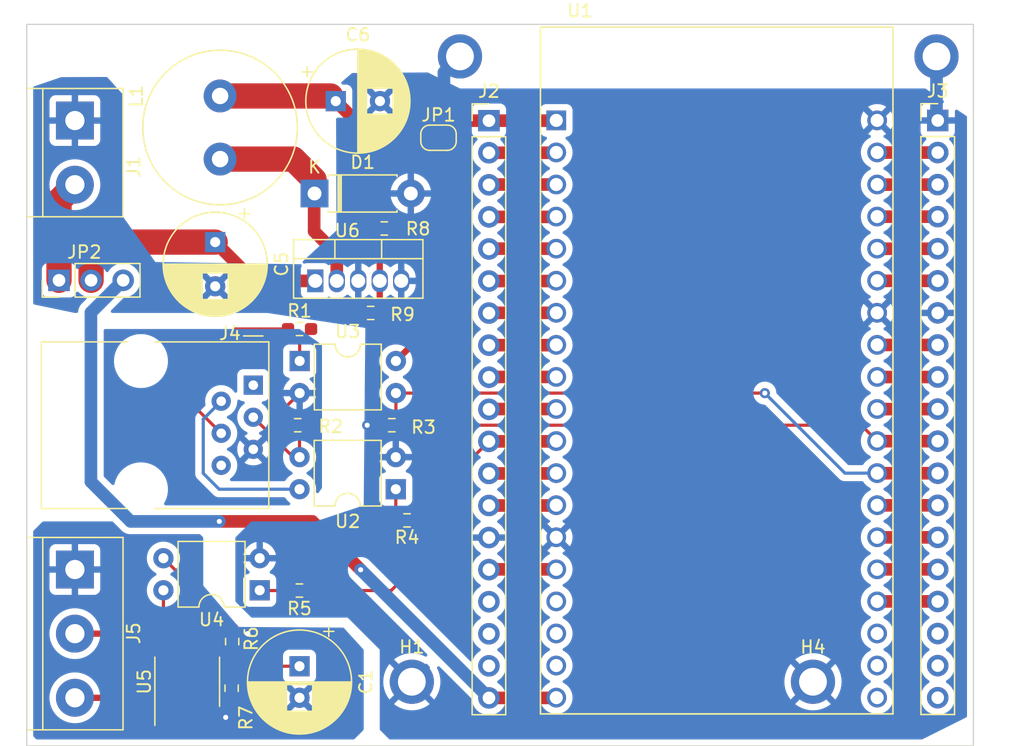
<source format=kicad_pcb>
(kicad_pcb (version 20211014) (generator pcbnew)
  (layers (0 "F.Cu" signal) (31 "B.Cu" signal) (34 "B.Paste" user) (35 "F.Paste" user) (36 "B.SilkS" user "B.Silkscreen") (37 "F.SilkS" user "F.Silkscreen") (38 "B.Mask" user) (39 "F.Mask" user) (44 "Edge.Cuts" user))
  (net 0 "")
  (net 1 "GND")
  (net 2 "/power supply/Vin")
  (net 3 "/power supply/PS_3V3")
  (net 4 "+3V3")
  (net 5 "Net-(J1-Pad2)")
  (net 6 "V_USB")
  (net 7 "Net-(J2-Pad2)")
  (net 8 "Net-(J2-Pad3)")
  (net 9 "Net-(J2-Pad4)")
  (net 10 "Net-(J2-Pad5)")
  (net 11 "Net-(J2-Pad6)")
  (net 12 "Net-(J2-Pad7)")
  (net 13 "Net-(J2-Pad8)")
  (net 14 "Net-(J2-Pad9)")
  (net 15 "Net-(J2-Pad10)")
  (net 16 "IO27")
  (net 17 "Net-(J2-Pad12)")
  (net 18 "Net-(J2-Pad13)")
  (net 19 "Net-(J2-Pad15)")
  (net 23 "Net-(J3-Pad2)")
  (net 24 "Net-(J3-Pad3)")
  (net 25 "Net-(J3-Pad4)")
  (net 26 "Net-(J3-Pad5)")
  (net 27 "Net-(J3-Pad6)")
  (net 28 "Net-(J3-Pad8)")
  (net 29 "Net-(J3-Pad9)")
  (net 30 "Net-(J3-Pad10)")
  (net 31 "TX")
  (net 32 "RX")
  (net 33 "Net-(J3-Pad13)")
  (net 34 "Net-(J3-Pad14)")
  (net 35 "Net-(J3-Pad15)")
  (net 36 "Net-(J3-Pad16)")
  (net 40 "Net-(R4-Pad1)")
  (net 41 "/serial/X6_RXD")
  (net 42 "/serial/X6_5V")
  (net 43 "Net-(R1-Pad2)")
  (net 44 "/serial/X6_GND")
  (net 45 "Net-(R5-Pad2)")
  (net 46 "Net-(R6-Pad2)")
  (net 47 "/789_analog/V_789")
  (net 48 "Net-(C1-Pad1)")
  (net 49 "/789_analog/GND_789")
  (net 57 "/serial/X6_TXD")
  (net 58 "/serial/X6_24V")
  (net 59 "/789_analog/CTRL")
  (net 60 "Net-(R7-Pad1)")
  (net 61 "Net-(L1-Pad1)")
  (net 62 "Net-(R8-Pad1)")
  (footprint "Capacitor_THT:CP_Radial_D8.0mm_P3.50mm" (layer "F.Cu") (at 81.607555 46.721388)
    (fp_text reference "C6" (at 1.75 -5.25) (layer "F.SilkS"))
    (fp_text value "330u")
    (pad "1" thru_hole rect (at 0 0) (size 1.6 1.6) (drill 0.8) (layers *.Cu *.Mask) (net 3 "/power supply/PS_3V3"))
    (pad "2" thru_hole circle (at 3.5 0) (size 1.6 1.6) (drill 0.8) (layers *.Cu *.Mask) (net 1 "GND"))
  )
  (footprint "Package_DIP:DIP-4_W7.62mm" (layer "F.Cu") (at 86.36 77.46 180)
    (fp_text reference "U2" (at 3.81 -2.55) (layer "F.SilkS"))
    (fp_text value "SFH617A-1")
    (pad "1" thru_hole rect (at 0 0 180) (size 1.6 1.6) (drill 0.8) (layers *.Cu *.Mask) (net 40 "Net-(R4-Pad1)"))
    (pad "2" thru_hole oval (at 0 2.54 180) (size 1.6 1.6) (drill 0.8) (layers *.Cu *.Mask) (net 1 "GND"))
    (pad "3" thru_hole oval (at 7.62 2.54 180) (size 1.6 1.6) (drill 0.8) (layers *.Cu *.Mask) (net 41 "/serial/X6_RXD"))
    (pad "4" thru_hole oval (at 7.62 0 180) (size 1.6 1.6) (drill 0.8) (layers *.Cu *.Mask) (net 42 "/serial/X6_5V"))
  )
  (footprint "my:MODULE_ESP32-DEVKITC-32D" (layer "F.Cu") (at 111.76 68.005926)
    (fp_text reference "U1" (at -10.829175 -28.446045) (layer "F.SilkS") (effects (font (size 1.000386 1.000386))))
    (fp_text value "ESP32-DEVKITC-32D")
    (pad "1" thru_hole rect (at -12.7 -19.76) (size 1.56 1.56) (drill 1.04) (layers *.Cu *.Mask) (net 4 "+3V3"))
    (pad "2" thru_hole circle (at -12.7 -17.22) (size 1.56 1.56) (drill 1.04) (layers *.Cu *.Mask) (net 7 "Net-(J2-Pad2)"))
    (pad "3" thru_hole circle (at -12.7 -14.68) (size 1.56 1.56) (drill 1.04) (layers *.Cu *.Mask) (net 8 "Net-(J2-Pad3)"))
    (pad "4" thru_hole circle (at -12.7 -12.14) (size 1.56 1.56) (drill 1.04) (layers *.Cu *.Mask) (net 9 "Net-(J2-Pad4)"))
    (pad "5" thru_hole circle (at -12.7 -9.6) (size 1.56 1.56) (drill 1.04) (layers *.Cu *.Mask) (net 10 "Net-(J2-Pad5)"))
    (pad "6" thru_hole circle (at -12.7 -7.06) (size 1.56 1.56) (drill 1.04) (layers *.Cu *.Mask) (net 11 "Net-(J2-Pad6)"))
    (pad "7" thru_hole circle (at -12.7 -4.52) (size 1.56 1.56) (drill 1.04) (layers *.Cu *.Mask) (net 12 "Net-(J2-Pad7)"))
    (pad "8" thru_hole circle (at -12.7 -1.98) (size 1.56 1.56) (drill 1.04) (layers *.Cu *.Mask) (net 13 "Net-(J2-Pad8)"))
    (pad "9" thru_hole circle (at -12.7 0.56) (size 1.56 1.56) (drill 1.04) (layers *.Cu *.Mask) (net 14 "Net-(J2-Pad9)"))
    (pad "10" thru_hole circle (at -12.7 3.1) (size 1.56 1.56) (drill 1.04) (layers *.Cu *.Mask) (net 15 "Net-(J2-Pad10)"))
    (pad "11" thru_hole circle (at -12.7 5.64) (size 1.56 1.56) (drill 1.04) (layers *.Cu *.Mask) (net 16 "IO27"))
    (pad "12" thru_hole circle (at -12.7 8.18) (size 1.56 1.56) (drill 1.04) (layers *.Cu *.Mask) (net 17 "Net-(J2-Pad12)"))
    (pad "13" thru_hole circle (at -12.7 10.72) (size 1.56 1.56) (drill 1.04) (layers *.Cu *.Mask) (net 18 "Net-(J2-Pad13)"))
    (pad "14" thru_hole circle (at -12.7 13.26) (size 1.56 1.56) (drill 1.04) (layers *.Cu *.Mask) (net 1 "GND"))
    (pad "15" thru_hole circle (at -12.7 15.8) (size 1.56 1.56) (drill 1.04) (layers *.Cu *.Mask) (net 19 "Net-(J2-Pad15)"))
    (pad "16" thru_hole circle (at -12.7 18.34) (size 1.56 1.56) (drill 1.04) (layers *.Cu *.Mask))
    (pad "17" thru_hole circle (at -12.7 20.88) (size 1.56 1.56) (drill 1.04) (layers *.Cu *.Mask))
    (pad "18" thru_hole circle (at -12.7 23.42) (size 1.56 1.56) (drill 1.04) (layers *.Cu *.Mask))
    (pad "19" thru_hole circle (at -12.7 25.96) (size 1.56 1.56) (drill 1.04) (layers *.Cu *.Mask) (net 6 "V_USB"))
    (pad "20" thru_hole circle (at 12.7 -19.76) (size 1.56 1.56) (drill 1.04) (layers *.Cu *.Mask) (net 1 "GND"))
    (pad "21" thru_hole circle (at 12.7 -17.22) (size 1.56 1.56) (drill 1.04) (layers *.Cu *.Mask) (net 23 "Net-(J3-Pad2)"))
    (pad "22" thru_hole circle (at 12.7 -14.68) (size 1.56 1.56) (drill 1.04) (layers *.Cu *.Mask) (net 24 "Net-(J3-Pad3)"))
    (pad "23" thru_hole circle (at 12.7 -12.14) (size 1.56 1.56) (drill 1.04) (layers *.Cu *.Mask) (net 25 "Net-(J3-Pad4)"))
    (pad "24" thru_hole circle (at 12.7 -9.6) (size 1.56 1.56) (drill 1.04) (layers *.Cu *.Mask) (net 26 "Net-(J3-Pad5)"))
    (pad "25" thru_hole circle (at 12.7 -7.06) (size 1.56 1.56) (drill 1.04) (layers *.Cu *.Mask) (net 27 "Net-(J3-Pad6)"))
    (pad "26" thru_hole circle (at 12.7 -4.52) (size 1.56 1.56) (drill 1.04) (layers *.Cu *.Mask) (net 1 "GND"))
    (pad "27" thru_hole circle (at 12.7 -1.98) (size 1.56 1.56) (drill 1.04) (layers *.Cu *.Mask) (net 28 "Net-(J3-Pad8)"))
    (pad "28" thru_hole circle (at 12.7 0.56) (size 1.56 1.56) (drill 1.04) (layers *.Cu *.Mask) (net 29 "Net-(J3-Pad9)"))
    (pad "29" thru_hole circle (at 12.7 3.1) (size 1.56 1.56) (drill 1.04) (layers *.Cu *.Mask) (net 30 "Net-(J3-Pad10)"))
    (pad "30" thru_hole circle (at 12.7 5.64) (size 1.56 1.56) (drill 1.04) (layers *.Cu *.Mask) (net 31 "TX"))
    (pad "31" thru_hole circle (at 12.7 8.18) (size 1.56 1.56) (drill 1.04) (layers *.Cu *.Mask) (net 32 "RX"))
    (pad "32" thru_hole circle (at 12.7 10.72) (size 1.56 1.56) (drill 1.04) (layers *.Cu *.Mask) (net 33 "Net-(J3-Pad13)"))
    (pad "33" thru_hole circle (at 12.7 13.26) (size 1.56 1.56) (drill 1.04) (layers *.Cu *.Mask) (net 34 "Net-(J3-Pad14)"))
    (pad "34" thru_hole circle (at 12.7 15.8) (size 1.56 1.56) (drill 1.04) (layers *.Cu *.Mask) (net 35 "Net-(J3-Pad15)"))
    (pad "35" thru_hole circle (at 12.7 18.34) (size 1.56 1.56) (drill 1.04) (layers *.Cu *.Mask) (net 36 "Net-(J3-Pad16)"))
    (pad "36" thru_hole circle (at 12.7 20.88) (size 1.56 1.56) (drill 1.04) (layers *.Cu *.Mask))
    (pad "37" thru_hole circle (at 12.7 23.42) (size 1.56 1.56) (drill 1.04) (layers *.Cu *.Mask))
    (pad "38" thru_hole circle (at 12.7 25.96) (size 1.56 1.56) (drill 1.04) (layers *.Cu *.Mask))
  )
  (footprint "MountingHole:MountingHole_2.2mm_M2_ISO7380_Pad_TopBottom" (layer "F.Cu") (at 119.38 92.71)
    (fp_text reference "H4" (at 0 -2.75) (layer "F.SilkS"))
    (fp_text value "MountingHole_Pad")
    (pad "1" connect circle (at 0 0) (size 3.5 3.5) (layers "F.Cu" "F.Mask") (net 1 "GND"))
    (pad "1" thru_hole circle (at 0 0) (size 2.6 2.6) (drill 2.2) (layers *.Cu *.Mask) (net 1 "GND"))
    (pad "1" connect circle (at 0 0) (size 3.5 3.5) (layers "B.Cu" "B.Mask") (net 1 "GND"))
  )
  (footprint "Capacitor_THT:CP_Radial_D8.0mm_P2.50mm" (layer "F.Cu") (at 78.74 91.48 -90)
    (fp_text reference "C1" (at 1.25 -5.25 90) (layer "F.SilkS"))
    (fp_text value "10u")
    (pad "1" thru_hole rect (at 0 0 270) (size 1.6 1.6) (drill 0.8) (layers *.Cu *.Mask) (net 48 "Net-(C1-Pad1)"))
    (pad "2" thru_hole circle (at 2.5 0 270) (size 1.6 1.6) (drill 0.8) (layers *.Cu *.Mask) (net 49 "/789_analog/GND_789"))
  )
  (footprint "MountingHole:MountingHole_2.2mm_M2_ISO7380_Pad_TopBottom" (layer "F.Cu") (at 91.44 43.18)
    (fp_text reference "H2" hide)
    (fp_text value "MountingHole_Pad")
    (pad "1" thru_hole circle (at 0 0) (size 2.6 2.6) (drill 2.2) (layers *.Cu *.Mask) (net 1 "GND"))
    (pad "1" connect circle (at 0 0) (size 3.5 3.5) (layers "F.Cu" "F.Mask") (net 1 "GND"))
    (pad "1" connect circle (at 0 0) (size 3.5 3.5) (layers "B.Cu" "B.Mask") (net 1 "GND"))
  )
  (footprint "Jumper:SolderJumper-2_P1.3mm_Bridged_RoundedPad1.0x1.5mm" (layer "F.Cu") (at 89.740162 49.619395)
    (fp_text reference "JP1" (at 0 -1.8) (layer "F.SilkS"))
    (fp_text value "SolderJumper_2_Bridged")
    (fp_poly (pts (xy 0.25 -0.3) (xy -0.25 -0.3) (xy -0.25 0.3) (xy 0.25 0.3)) (layer "F.Cu") (width 0) (fill solid))
    (pad "1" smd custom (at -0.65 0) (size 1 0.5) (layers "F.Cu" "F.Mask") (net 3 "/power supply/PS_3V3") (options (clearance outline) (anchor rect)) (primitives (gr_circle (center 0 0.25) (end 0.5 0.25) (width 0) (fill yes)) (gr_circle (center 0 -0.25) (end 0.5 -0.25) (width 0) (fill yes)) (gr_poly (pts (xy 0.5 0.75) (xy 0 0.75) (xy 0 -0.75) (xy 0.5 -0.75)) (width 0) (fill yes))))
    (pad "2" smd custom (at 0.65 0) (size 1 0.5) (layers "F.Cu" "F.Mask") (net 4 "+3V3") (options (clearance outline) (anchor rect)) (primitives (gr_circle (center 0 0.25) (end 0.5 0.25) (width 0) (fill yes)) (gr_circle (center 0 -0.25) (end 0.5 -0.25) (width 0) (fill yes)) (gr_poly (pts (xy 0 0.75) (xy -0.5 0.75) (xy -0.5 -0.75) (xy 0 -0.75)) (width 0) (fill yes))))
  )
  (footprint "Package_DIP:DIP-4_W7.62mm" (layer "F.Cu") (at 75.587107 85.464128 180)
    (fp_text reference "U4" (at 3.81 -2.33) (layer "F.SilkS"))
    (fp_text value "SFH617A-1")
    (pad "1" thru_hole rect (at 0 0 180) (size 1.6 1.6) (drill 0.8) (layers *.Cu *.Mask) (net 45 "Net-(R5-Pad2)"))
    (pad "2" thru_hole oval (at 0 2.54 180) (size 1.6 1.6) (drill 0.8) (layers *.Cu *.Mask) (net 1 "GND"))
    (pad "3" thru_hole oval (at 7.62 2.54 180) (size 1.6 1.6) (drill 0.8) (layers *.Cu *.Mask) (net 46 "Net-(R6-Pad2)"))
    (pad "4" thru_hole oval (at 7.62 0 180) (size 1.6 1.6) (drill 0.8) (layers *.Cu *.Mask) (net 47 "/789_analog/V_789"))
  )
  (footprint "Resistor_SMD:R_0603_1608Metric_Pad0.98x0.95mm_HandSolder" (layer "F.Cu") (at 86.046969 72.39 180)
    (fp_text reference "R3" (at -2.506344 -0.160378 180) (layer "F.SilkS"))
    (fp_text value "10k")
    (pad "1" smd roundrect (at -0.9125 0 180) (size 0.975 0.95) (layers "F.Cu" "F.Paste" "F.Mask") (net 32 "RX"))
    (pad "2" smd roundrect (at 0.9125 0 180) (size 0.975 0.95) (layers "F.Cu" "F.Paste" "F.Mask") (net 1 "GND"))
  )
  (footprint "Resistor_SMD:R_0603_1608Metric_Pad0.98x0.95mm_HandSolder" (layer "F.Cu") (at 78.595898 72.39 180)
    (fp_text reference "R2" (at -2.608775 -0.089888 180) (layer "F.SilkS"))
    (fp_text value "10k")
    (pad "1" smd roundrect (at -0.9125 0 180) (size 0.975 0.95) (layers "F.Cu" "F.Paste" "F.Mask") (net 41 "/serial/X6_RXD"))
    (pad "2" smd roundrect (at 0.9125 0 180) (size 0.975 0.95) (layers "F.Cu" "F.Paste" "F.Mask") (net 44 "/serial/X6_GND"))
  )
  (footprint "Resistor_SMD:R_0603_1608Metric_Pad0.98x0.95mm_HandSolder" (layer "F.Cu") (at 73.365692 93.223993 -90)
    (fp_text reference "R7" (at 2.352622 -1.130415 -90) (layer "F.SilkS"))
    (fp_text value "500")
    (pad "1" smd roundrect (at -0.9125 0 270) (size 0.975 0.95) (layers "F.Cu" "F.Paste" "F.Mask") (net 60 "Net-(R7-Pad1)"))
    (pad "2" smd roundrect (at 0.9125 0 270) (size 0.975 0.95) (layers "F.Cu" "F.Paste" "F.Mask") (net 48 "Net-(C1-Pad1)"))
  )
  (footprint "Connector_PinHeader_2.54mm:PinHeader_1x19_P2.54mm_Vertical" (layer "F.Cu") (at 93.731797 48.27)
    (fp_text reference "J2" (at 0 -2.33) (layer "F.SilkS"))
    (fp_text value "Conn_01x19")
    (pad "1" thru_hole rect (at 0 0) (size 1.7 1.7) (drill 1) (layers *.Cu *.Mask) (net 4 "+3V3"))
    (pad "2" thru_hole oval (at 0 2.54) (size 1.7 1.7) (drill 1) (layers *.Cu *.Mask) (net 7 "Net-(J2-Pad2)"))
    (pad "3" thru_hole oval (at 0 5.08) (size 1.7 1.7) (drill 1) (layers *.Cu *.Mask) (net 8 "Net-(J2-Pad3)"))
    (pad "4" thru_hole oval (at 0 7.62) (size 1.7 1.7) (drill 1) (layers *.Cu *.Mask) (net 9 "Net-(J2-Pad4)"))
    (pad "5" thru_hole oval (at 0 10.16) (size 1.7 1.7) (drill 1) (layers *.Cu *.Mask) (net 10 "Net-(J2-Pad5)"))
    (pad "6" thru_hole oval (at 0 12.7) (size 1.7 1.7) (drill 1) (layers *.Cu *.Mask) (net 11 "Net-(J2-Pad6)"))
    (pad "7" thru_hole oval (at 0 15.24) (size 1.7 1.7) (drill 1) (layers *.Cu *.Mask) (net 12 "Net-(J2-Pad7)"))
    (pad "8" thru_hole oval (at 0 17.78) (size 1.7 1.7) (drill 1) (layers *.Cu *.Mask) (net 13 "Net-(J2-Pad8)"))
    (pad "9" thru_hole oval (at 0 20.32) (size 1.7 1.7) (drill 1) (layers *.Cu *.Mask) (net 14 "Net-(J2-Pad9)"))
    (pad "10" thru_hole oval (at 0 22.86) (size 1.7 1.7) (drill 1) (layers *.Cu *.Mask) (net 15 "Net-(J2-Pad10)"))
    (pad "11" thru_hole oval (at 0 25.4) (size 1.7 1.7) (drill 1) (layers *.Cu *.Mask) (net 16 "IO27"))
    (pad "12" thru_hole oval (at 0 27.94) (size 1.7 1.7) (drill 1) (layers *.Cu *.Mask) (net 17 "Net-(J2-Pad12)"))
    (pad "13" thru_hole oval (at 0 30.48) (size 1.7 1.7) (drill 1) (layers *.Cu *.Mask) (net 18 "Net-(J2-Pad13)"))
    (pad "14" thru_hole oval (at 0 33.02) (size 1.7 1.7) (drill 1) (layers *.Cu *.Mask) (net 1 "GND"))
    (pad "15" thru_hole oval (at 0 35.56) (size 1.7 1.7) (drill 1) (layers *.Cu *.Mask) (net 19 "Net-(J2-Pad15)"))
    (pad "16" thru_hole oval (at 0 38.1) (size 1.7 1.7) (drill 1) (layers *.Cu *.Mask))
    (pad "17" thru_hole oval (at 0 40.64) (size 1.7 1.7) (drill 1) (layers *.Cu *.Mask))
    (pad "18" thru_hole oval (at 0 43.18) (size 1.7 1.7) (drill 1) (layers *.Cu *.Mask))
    (pad "19" thru_hole oval (at 0 45.72) (size 1.7 1.7) (drill 1) (layers *.Cu *.Mask) (net 6 "V_USB"))
  )
  (footprint "Package_DIP:DIP-4_W7.62mm" (layer "F.Cu") (at 78.75 67.305)
    (fp_text reference "U3" (at 3.81 -2.33) (layer "F.SilkS"))
    (fp_text value "SFH617A-1")
    (pad "1" thru_hole rect (at 0 0) (size 1.6 1.6) (drill 0.8) (layers *.Cu *.Mask) (net 43 "Net-(R1-Pad2)"))
    (pad "2" thru_hole oval (at 0 2.54) (size 1.6 1.6) (drill 0.8) (layers *.Cu *.Mask) (net 44 "/serial/X6_GND"))
    (pad "3" thru_hole oval (at 7.62 2.54) (size 1.6 1.6) (drill 0.8) (layers *.Cu *.Mask) (net 32 "RX"))
    (pad "4" thru_hole oval (at 7.62 0) (size 1.6 1.6) (drill 0.8) (layers *.Cu *.Mask) (net 4 "+3V3"))
  )
  (footprint "Capacitor_THT:CP_Radial_D8.0mm_P3.50mm" (layer "F.Cu") (at 72.064651 57.887102 -90)
    (fp_text reference "C5" (at 1.75 -5.25 90) (layer "F.SilkS"))
    (fp_text value "100u")
    (pad "1" thru_hole rect (at 0 0 270) (size 1.6 1.6) (drill 0.8) (layers *.Cu *.Mask) (net 2 "/power supply/Vin"))
    (pad "2" thru_hole circle (at 3.5 0 270) (size 1.6 1.6) (drill 0.8) (layers *.Cu *.Mask) (net 1 "GND"))
  )
  (footprint "Diode_THT:D_DO-41_SOD81_P7.62mm_Horizontal" (layer "F.Cu") (at 79.927751 54.037856)
    (fp_text reference "D1" (at 3.81 -2.47) (layer "F.SilkS"))
    (fp_text value "1n5819")
    (fp_text user "K" (at 0 -2.1) (layer "F.SilkS"))
    (pad "1" thru_hole rect (at 0 0) (size 2.2 2.2) (drill 1.1) (layers *.Cu *.Mask) (net 61 "Net-(L1-Pad1)"))
    (pad "2" thru_hole oval (at 7.62 0) (size 2.2 2.2) (drill 1.1) (layers *.Cu *.Mask) (net 1 "GND"))
  )
  (footprint "TerminalBlock:TerminalBlock_bornier-2_P5.08mm" (layer "F.Cu") (at 60.96 48.26 -90)
    (fp_text reference "J1" (at 3.66691 -4.651672 90) (layer "F.SilkS"))
    (fp_text value "Screw_Terminal_01x02")
    (pad "1" thru_hole rect (at 0 0 270) (size 3 3) (drill 1.52) (layers *.Cu *.Mask) (net 1 "GND"))
    (pad "2" thru_hole circle (at 5.08 0 270) (size 3 3) (drill 1.52) (layers *.Cu *.Mask) (net 5 "Net-(J1-Pad2)"))
  )
  (footprint "Resistor_SMD:R_0603_1608Metric_Pad0.98x0.95mm_HandSolder" (layer "F.Cu") (at 78.729767 85.48629 180)
    (fp_text reference "R5" (at 0 -1.43 180) (layer "F.SilkS"))
    (fp_text value "350")
    (pad "1" smd roundrect (at -0.9125 0 180) (size 0.975 0.95) (layers "F.Cu" "F.Paste" "F.Mask") (net 16 "IO27"))
    (pad "2" smd roundrect (at 0.9125 0 180) (size 0.975 0.95) (layers "F.Cu" "F.Paste" "F.Mask") (net 45 "Net-(R5-Pad2)"))
  )
  (footprint "TerminalBlock:TerminalBlock_bornier-3_P5.08mm" (layer "F.Cu") (at 60.96 83.82 -90)
    (fp_text reference "J5" (at 5.05 -4.65 90) (layer "F.SilkS"))
    (fp_text value "Screw_Terminal_01x03" hide)
    (pad "1" thru_hole rect (at 0 0 270) (size 3 3) (drill 1.52) (layers *.Cu *.Mask) (net 49 "/789_analog/GND_789"))
    (pad "2" thru_hole circle (at 5.08 0 270) (size 3 3) (drill 1.52) (layers *.Cu *.Mask) (net 47 "/789_analog/V_789"))
    (pad "3" thru_hole circle (at 10.16 0 270) (size 3 3) (drill 1.52) (layers *.Cu *.Mask) (net 59 "/789_analog/CTRL"))
  )
  (footprint "Resistor_SMD:R_0603_1608Metric_Pad0.98x0.95mm_HandSolder" (layer "F.Cu") (at 73.409748 89.530581 -90)
    (fp_text reference "R6" (at -0.227625 -1.509302 90) (layer "F.SilkS"))
    (fp_text value "10k")
    (pad "1" smd roundrect (at -0.9125 0 270) (size 0.975 0.95) (layers "F.Cu" "F.Paste" "F.Mask") (net 49 "/789_analog/GND_789"))
    (pad "2" smd roundrect (at 0.9125 0 270) (size 0.975 0.95) (layers "F.Cu" "F.Paste" "F.Mask") (net 46 "Net-(R6-Pad2)"))
  )
  (footprint "Connector_PinHeader_2.54mm:PinHeader_1x03_P2.54mm_Vertical" (layer "F.Cu") (at 59.702081 60.912805 90)
    (fp_text reference "JP2" (at 2.231026 2.005168 180) (layer "F.SilkS"))
    (fp_text value "Jumper_3_Bridged12")
    (pad "1" thru_hole rect (at 0 0 90) (size 1.7 1.7) (drill 1) (layers *.Cu *.Mask) (net 5 "Net-(J1-Pad2)"))
    (pad "2" thru_hole oval (at 0 2.54 90) (size 1.7 1.7) (drill 1) (layers *.Cu *.Mask) (net 2 "/power supply/Vin"))
    (pad "3" thru_hole oval (at 0 5.08 90) (size 1.7 1.7) (drill 1) (layers *.Cu *.Mask) (net 6 "V_USB"))
  )
  (footprint "Resistor_SMD:R_0603_1608Metric_Pad0.98x0.95mm_HandSolder" (layer "F.Cu") (at 85.450671 56.808135 180)
    (fp_text reference "R8" (at -2.671592 -0.028167 180) (layer "F.SilkS"))
    (fp_text value "3.4k")
    (pad "1" smd roundrect (at -0.9125 0 180) (size 0.975 0.95) (layers "F.Cu" "F.Paste" "F.Mask") (net 62 "Net-(R8-Pad1)"))
    (pad "2" smd roundrect (at 0.9125 0 180) (size 0.975 0.95) (layers "F.Cu" "F.Paste" "F.Mask") (net 3 "/power supply/PS_3V3"))
  )
  (footprint "Connector_RJ:RJ12_Amphenol_54601" (layer "F.Cu") (at 75.08 69.22 -90)
    (fp_text reference "J4" (at -4.089834 1.854773 180) (layer "F.SilkS"))
    (fp_text value "6P6C" hide)
    (pad "" np_thru_hole circle (at -1.91 8.89 270) (size 3.25 3.25) (drill 3.25) (layers *.Cu *.Mask))
    (pad "" np_thru_hole circle (at 8.25 8.89 270) (size 3.25 3.25) (drill 3.25) (layers *.Cu *.Mask))
    (pad "1" thru_hole rect (at 0 0 270) (size 1.52 1.52) (drill 0.76) (layers *.Cu *.Mask))
    (pad "2" thru_hole circle (at 1.27 2.54 270) (size 1.52 1.52) (drill 0.76) (layers *.Cu *.Mask) (net 42 "/serial/X6_5V"))
    (pad "3" thru_hole circle (at 2.54 0 270) (size 1.52 1.52) (drill 0.76) (layers *.Cu *.Mask) (net 41 "/serial/X6_RXD"))
    (pad "4" thru_hole circle (at 3.81 2.54 270) (size 1.52 1.52) (drill 0.76) (layers *.Cu *.Mask) (net 57 "/serial/X6_TXD"))
    (pad "5" thru_hole circle (at 5.08 0 270) (size 1.52 1.52) (drill 0.76) (layers *.Cu *.Mask) (net 44 "/serial/X6_GND"))
    (pad "6" thru_hole circle (at 6.35 2.54 270) (size 1.52 1.52) (drill 0.76) (layers *.Cu *.Mask) (net 58 "/serial/X6_24V"))
  )
  (footprint "Inductor_THT:L_Radial_D12.0mm_P5.00mm_Fastron_11P" (layer "F.Cu") (at 72.453483 51.312212 90)
    (fp_text reference "L1" (at 4.973962 -6.637846 90) (layer "F.SilkS"))
    (fp_text value "330u")
    (pad "1" thru_hole circle (at 0 0 90) (size 2.6 2.6) (drill 1.3) (layers *.Cu *.Mask) (net 61 "Net-(L1-Pad1)"))
    (pad "2" thru_hole circle (at 5 0 90) (size 2.6 2.6) (drill 1.3) (layers *.Cu *.Mask) (net 3 "/power supply/PS_3V3"))
  )
  (footprint "MountingHole:MountingHole_2.2mm_M2_ISO7380_Pad_TopBottom" (layer "F.Cu") (at 129.156703 43.18)
    (fp_text reference "H3" hide)
    (fp_text value "MountingHole_Pad")
    (pad "1" thru_hole circle (at 0 0) (size 2.6 2.6) (drill 2.2) (layers *.Cu *.Mask) (net 1 "GND"))
    (pad "1" connect circle (at 0 0) (size 3.5 3.5) (layers "F.Cu" "F.Mask") (net 1 "GND"))
    (pad "1" connect circle (at 0 0) (size 3.5 3.5) (layers "B.Cu" "B.Mask") (net 1 "GND"))
  )
  (footprint "MountingHole:MountingHole_2.2mm_M2_ISO7380_Pad_TopBottom" (layer "F.Cu") (at 87.63 92.71)
    (fp_text reference "H1" (at 0 -2.75) (layer "F.SilkS"))
    (fp_text value "MountingHole_Pad")
    (pad "1" connect circle (at 0 0) (size 3.5 3.5) (layers "F.Cu" "F.Mask") (net 1 "GND"))
    (pad "1" connect circle (at 0 0) (size 3.5 3.5) (layers "B.Cu" "B.Mask") (net 1 "GND"))
    (pad "1" thru_hole circle (at 0 0) (size 2.6 2.6) (drill 2.2) (layers *.Cu *.Mask) (net 1 "GND"))
  )
  (footprint "Package_SO:SOIC-8_3.9x4.9mm_P1.27mm" (layer "F.Cu") (at 69.85 92.71 90)
    (fp_text reference "U5" (at 0 -3.4 90) (layer "F.SilkS"))
    (fp_text value "LM358")
    (pad "1" smd roundrect (at -2.475 -1.905 90) (size 1.95 0.6) (layers "F.Cu" "F.Paste" "F.Mask") (net 59 "/789_analog/CTRL"))
    (pad "2" smd roundrect (at -2.475 -0.635 90) (size 1.95 0.6) (layers "F.Cu" "F.Paste" "F.Mask") (net 59 "/789_analog/CTRL"))
    (pad "3" smd roundrect (at -2.475 0.635 90) (size 1.95 0.6) (layers "F.Cu" "F.Paste" "F.Mask") (net 48 "Net-(C1-Pad1)"))
    (pad "4" smd roundrect (at -2.475 1.905 90) (size 1.95 0.6) (layers "F.Cu" "F.Paste" "F.Mask") (net 49 "/789_analog/GND_789"))
    (pad "5" smd roundrect (at 2.475 1.905 90) (size 1.95 0.6) (layers "F.Cu" "F.Paste" "F.Mask") (net 46 "Net-(R6-Pad2)"))
    (pad "6" smd roundrect (at 2.475 0.635 90) (size 1.95 0.6) (layers "F.Cu" "F.Paste" "F.Mask") (net 60 "Net-(R7-Pad1)"))
    (pad "7" smd roundrect (at 2.475 -0.635 90) (size 1.95 0.6) (layers "F.Cu" "F.Paste" "F.Mask") (net 60 "Net-(R7-Pad1)"))
    (pad "8" smd roundrect (at 2.475 -1.905 90) (size 1.95 0.6) (layers "F.Cu" "F.Paste" "F.Mask") (net 47 "/789_analog/V_789"))
  )
  (footprint "Resistor_SMD:R_0603_1608Metric_Pad0.98x0.95mm_HandSolder" (layer "F.Cu") (at 84.373604 63.5)
    (fp_text reference "R9" (at 2.515075 0.121018) (layer "F.SilkS"))
    (fp_text value "2k")
    (pad "1" smd roundrect (at -0.9125 0) (size 0.975 0.95) (layers "F.Cu" "F.Paste" "F.Mask") (net 1 "GND"))
    (pad "2" smd roundrect (at 0.9125 0) (size 0.975 0.95) (layers "F.Cu" "F.Paste" "F.Mask") (net 62 "Net-(R8-Pad1)"))
  )
  (footprint "Package_TO_SOT_THT:TO-220-5_Vertical" (layer "F.Cu") (at 79.988528 60.96)
    (fp_text reference "U6" (at 2.535234 -3.984017) (layer "F.SilkS"))
    (fp_text value "LM2575BT-ADJ")
    (pad "1" thru_hole rect (at 0 0) (size 1.275 1.8) (drill 1.1) (layers *.Cu *.Mask) (net 2 "/power supply/Vin"))
    (pad "2" thru_hole oval (at 1.7 0) (size 1.275 1.8) (drill 1.1) (layers *.Cu *.Mask) (net 61 "Net-(L1-Pad1)"))
    (pad "3" thru_hole oval (at 3.4 0) (size 1.275 1.8) (drill 1.1) (layers *.Cu *.Mask) (net 1 "GND"))
    (pad "4" thru_hole oval (at 5.1 0) (size 1.275 1.8) (drill 1.1) (layers *.Cu *.Mask) (net 62 "Net-(R8-Pad1)"))
    (pad "5" thru_hole oval (at 6.8 0) (size 1.275 1.8) (drill 1.1) (layers *.Cu *.Mask) (net 1 "GND"))
  )
  (footprint "Resistor_SMD:R_0603_1608Metric_Pad0.98x0.95mm_HandSolder" (layer "F.Cu") (at 87.249238 79.928019)
    (fp_text reference "R4" (at 0 1.351981) (layer "F.SilkS"))
    (fp_text value "180")
    (pad "1" smd roundrect (at -0.9125 0) (size 0.975 0.95) (layers "F.Cu" "F.Paste" "F.Mask") (net 40 "Net-(R4-Pad1)"))
    (pad "2" smd roundrect (at 0.9125 0) (size 0.975 0.95) (layers "F.Cu" "F.Paste" "F.Mask") (net 31 "TX"))
  )
  (footprint "Connector_PinHeader_2.54mm:PinHeader_1x19_P2.54mm_Vertical" (layer "F.Cu") (at 129.254788 48.253955)
    (fp_text reference "J3" (at 0 -2.33) (layer "F.SilkS"))
    (fp_text value "Conn_01x19")
    (pad "1" thru_hole rect (at 0 0) (size 1.7 1.7) (drill 1) (layers *.Cu *.Mask) (net 1 "GND"))
    (pad "2" thru_hole oval (at 0 2.54) (size 1.7 1.7) (drill 1) (layers *.Cu *.Mask) (net 23 "Net-(J3-Pad2)"))
    (pad "3" thru_hole oval (at 0 5.08) (size 1.7 1.7) (drill 1) (layers *.Cu *.Mask) (net 24 "Net-(J3-Pad3)"))
    (pad "4" thru_hole oval (at 0 7.62) (size 1.7 1.7) (drill 1) (layers *.Cu *.Mask) (net 25 "Net-(J3-Pad4)"))
    (pad "5" thru_hole oval (at 0 10.16) (size 1.7 1.7) (drill 1) (layers *.Cu *.Mask) (net 26 "Net-(J3-Pad5)"))
    (pad "6" thru_hole oval (at 0 12.7) (size 1.7 1.7) (drill 1) (layers *.Cu *.Mask) (net 27 "Net-(J3-Pad6)"))
    (pad "7" thru_hole oval (at 0 15.24) (size 1.7 1.7) (drill 1) (layers *.Cu *.Mask) (net 1 "GND"))
    (pad "8" thru_hole oval (at 0 17.78) (size 1.7 1.7) (drill 1) (layers *.Cu *.Mask) (net 28 "Net-(J3-Pad8)"))
    (pad "9" thru_hole oval (at 0 20.32) (size 1.7 1.7) (drill 1) (layers *.Cu *.Mask) (net 29 "Net-(J3-Pad9)"))
    (pad "10" thru_hole oval (at 0 22.86) (size 1.7 1.7) (drill 1) (layers *.Cu *.Mask) (net 30 "Net-(J3-Pad10)"))
    (pad "11" thru_hole oval (at 0 25.4) (size 1.7 1.7) (drill 1) (layers *.Cu *.Mask) (net 31 "TX"))
    (pad "12" thru_hole oval (at 0 27.94) (size 1.7 1.7) (drill 1) (layers *.Cu *.Mask) (net 32 "RX"))
    (pad "13" thru_hole oval (at 0 30.48) (size 1.7 1.7) (drill 1) (layers *.Cu *.Mask) (net 33 "Net-(J3-Pad13)"))
    (pad "14" thru_hole oval (at 0 33.02) (size 1.7 1.7) (drill 1) (layers *.Cu *.Mask) (net 34 "Net-(J3-Pad14)"))
    (pad "15" thru_hole oval (at 0 35.56) (size 1.7 1.7) (drill 1) (layers *.Cu *.Mask) (net 35 "Net-(J3-Pad15)"))
    (pad "16" thru_hole oval (at 0 38.1) (size 1.7 1.7) (drill 1) (layers *.Cu *.Mask) (net 36 "Net-(J3-Pad16)"))
    (pad "17" thru_hole oval (at 0 40.64) (size 1.7 1.7) (drill 1) (layers *.Cu *.Mask))
    (pad "18" thru_hole oval (at 0 43.18) (size 1.7 1.7) (drill 1) (layers *.Cu *.Mask))
    (pad "19" thru_hole oval (at 0 45.72) (size 1.7 1.7) (drill 1) (layers *.Cu *.Mask))
  )
  (footprint "Resistor_SMD:R_0603_1608Metric_Pad0.98x0.95mm_HandSolder" (layer "F.Cu") (at 78.74 64.77)
    (fp_text reference "R1" (at 0 -1.43) (layer "F.SilkS"))
    (fp_text value "350")
    (pad "1" smd roundrect (at -0.9125 0) (size 0.975 0.95) (layers "F.Cu" "F.Paste" "F.Mask") (net 57 "/serial/X6_TXD"))
    (pad "2" smd roundrect (at 0.9125 0) (size 0.975 0.95) (layers "F.Cu" "F.Paste" "F.Mask") (net 43 "Net-(R1-Pad2)"))
  )
  (gr_rect (start 57.15 40.64) (end 132.08 97.79) (layer "Edge.Cuts") (width 0.1) (fill none))
  (segment (start 83.388528 63.171317) (end 83.461104 63.243893) (width 0.5) (layer "F.Cu") (net 1))
  (segment (start 83.388528 60.96) (end 83.388528 63.171317) (width 0.5) (layer "F.Cu") (net 1))
  (segment (start 84.095313 72.39) (end 85.134469 72.39) (width 0.25) (layer "F.Cu") (net 1))
  (via (at 84.095313 72.39) (size 0.8) (drill 0.4) (layers "F.Cu" "B.Cu") (net 1))
  (segment (start 91.44 43.18) (end 90.17 44.45) (width 1) (layer "B.Cu") (net 1))
  (segment (start 90.17 44.45) (end 90.17 45.72) (width 1) (layer "B.Cu") (net 1))
  (segment (start 129.156703 43.18) (end 129.156703 48.15587) (width 1) (layer "B.Cu") (net 1))
  (segment (start 62.242081 59.202625) (end 63.557604 57.887102) (width 2) (layer "F.Cu") (net 2))
  (segment (start 79.988528 60.96) (end 75.137549 60.96) (width 1) (layer "F.Cu") (net 2))
  (segment (start 63.557604 57.887102) (end 72.064651 57.887102) (width 2) (layer "F.Cu") (net 2))
  (segment (start 62.242081 59.202625) (end 62.242081 60.912805) (width 2) (layer "F.Cu") (net 2))
  (segment (start 75.137549 60.96) (end 72.064651 57.887102) (width 1) (layer "F.Cu") (net 2))
  (segment (start 72.453483 46.312212) (end 81.198379 46.312212) (width 2) (layer "F.Cu") (net 3))
  (segment (start 84.505562 56.775526) (end 84.505562 49.619395) (width 0.25) (layer "F.Cu") (net 3))
  (segment (start 84.505562 49.619395) (end 85.000605 49.619395) (width 1) (layer "F.Cu") (net 3))
  (segment (start 85.000605 49.619395) (end 89.090162 49.619395) (width 1) (layer "F.Cu") (net 3))
  (segment (start 81.607555 46.721388) (end 84.505562 49.619395) (width 1) (layer "F.Cu") (net 3))
  (segment (start 81.198379 46.312212) (end 81.607555 46.721388) (width 1) (layer "F.Cu") (net 3))
  (segment (start 91.739557 48.27) (end 93.731797 48.27) (width 1) (layer "F.Cu") (net 4))
  (segment (start 90.390162 49.619395) (end 91.739557 48.27) (width 1) (layer "F.Cu") (net 4))
  (segment (start 90.390162 63.284838) (end 86.37 67.305) (width 0.5) (layer "F.Cu") (net 4))
  (segment (start 90.390162 49.619395) (end 90.390162 63.284838) (width 0.5) (layer "F.Cu") (net 4))
  (segment (start 93.731797 48.27) (end 99.035926 48.27) (width 1) (layer "F.Cu") (net 4))
  (segment (start 59.702081 54.597919) (end 60.96 53.34) (width 2) (layer "F.Cu") (net 5))
  (segment (start 59.702081 60.912805) (end 59.702081 54.597919) (width 2) (layer "F.Cu") (net 5))
  (segment (start 79.751797 80.01) (end 72.39 80.01) (width 1) (layer "F.Cu") (net 6))
  (segment (start 83.576793 83.841132) (end 83.576793 83.834996) (width 1) (layer "F.Cu") (net 6))
  (segment (start 93.731797 93.99) (end 99.035926 93.99) (width 1) (layer "F.Cu") (net 6))
  (segment (start 83.576793 83.834996) (end 79.751797 80.01) (width 1) (layer "F.Cu") (net 6))
  (via (at 72.39 80.01) (size 0.8) (drill 0.4) (layers "F.Cu" "B.Cu") (net 6))
  (via (at 83.576793 83.841132) (size 0.8) (drill 0.4) (layers "F.Cu" "B.Cu") (net 6))
  (segment (start 62.23 63.464886) (end 64.782081 60.912805) (width 1) (layer "B.Cu") (net 6))
  (segment (start 62.23 76.868081) (end 62.23 63.464886) (width 1) (layer "B.Cu") (net 6))
  (segment (start 83.582929 83.841132) (end 93.731797 93.99) (width 1) (layer "B.Cu") (net 6))
  (segment (start 72.39 80.01) (end 65.371919 80.01) (width 1) (layer "B.Cu") (net 6))
  (segment (start 65.371919 80.01) (end 62.23 76.868081) (width 1) (layer "B.Cu") (net 6))
  (segment (start 83.576793 83.841132) (end 83.582929 83.841132) (width 1) (layer "B.Cu") (net 6))
  (segment (start 93.731797 50.81) (end 99.035926 50.81) (width 1) (layer "F.Cu") (net 7))
  (segment (start 99.06 53.325926) (end 93.755871 53.325926) (width 1) (layer "F.Cu") (net 8))
  (segment (start 93.731797 55.89) (end 99.035926 55.89) (width 1) (layer "F.Cu") (net 9))
  (segment (start 99.06 58.405926) (end 93.755871 58.405926) (width 1) (layer "F.Cu") (net 10))
  (segment (start 93.731797 60.97) (end 99.035926 60.97) (width 1) (layer "F.Cu") (net 11))
  (segment (start 99.06 63.485926) (end 93.755871 63.485926) (width 1) (layer "F.Cu") (net 12))
  (segment (start 93.731797 66.05) (end 99.035926 66.05) (width 1) (layer "F.Cu") (net 13))
  (segment (start 99.06 68.565926) (end 93.755871 68.565926) (width 1) (layer "F.Cu") (net 14))
  (segment (start 93.994074 71.105926) (end 99.06 71.105926) (width 1) (layer "F.Cu") (net 15))
  (segment (start 90.265489 81.212192) (end 85.991391 85.48629) (width 0.25) (layer "F.Cu") (net 16))
  (segment (start 93.731797 73.67) (end 99.035926 73.67) (width 1) (layer "F.Cu") (net 16))
  (segment (start 79.642267 85.48629) (end 85.991391 85.48629) (width 0.25) (layer "F.Cu") (net 16))
  (segment (start 90.265489 77.136308) (end 93.731797 73.67) (width 0.25) (layer "F.Cu") (net 16))
  (segment (start 90.265489 81.212192) (end 90.265489 77.136308) (width 0.25) (layer "F.Cu") (net 16))
  (segment (start 93.731797 76.21) (end 99.035926 76.21) (width 1) (layer "F.Cu") (net 17))
  (segment (start 93.731797 78.75) (end 99.035926 78.75) (width 1) (layer "F.Cu") (net 18))
  (segment (start 99.06 83.805926) (end 93.755871 83.805926) (width 1) (layer "F.Cu") (net 19))
  (segment (start 129.254788 50.793955) (end 124.468029 50.793955) (width 1) (layer "F.Cu") (net 23))
  (segment (start 129.254788 53.333955) (end 124.468029 53.333955) (width 1) (layer "F.Cu") (net 24))
  (segment (start 129.254788 55.873955) (end 124.468029 55.873955) (width 1) (layer "F.Cu") (net 25))
  (segment (start 129.254788 58.413955) (end 124.468029 58.413955) (width 1) (layer "F.Cu") (net 26))
  (segment (start 129.254788 60.953955) (end 124.466045 60.953955) (width 1) (layer "F.Cu") (net 27))
  (segment (start 129.254788 66.033955) (end 124.468029 66.033955) (width 1) (layer "F.Cu") (net 28))
  (segment (start 129.254788 68.573955) (end 124.468029 68.573955) (width 1) (layer "F.Cu") (net 29))
  (segment (start 129.254788 71.113955) (end 124.468029 71.113955) (width 1) (layer "F.Cu") (net 30))
  (segment (start 91.05899 72.39) (end 88.9 74.54899) (width 0.25) (layer "F.Cu") (net 31))
  (segment (start 124.46 73.645926) (end 123.204074 72.39) (width 0.25) (layer "F.Cu") (net 31))
  (segment (start 88.9 74.54899) (end 88.9 79.189757) (width 0.25) (layer "F.Cu") (net 31))
  (segment (start 88.9 79.189757) (end 88.161738 79.928019) (width 0.25) (layer "F.Cu") (net 31))
  (segment (start 129.254788 73.653955) (end 124.468029 73.653955) (width 1) (layer "F.Cu") (net 31))
  (segment (start 123.204074 72.39) (end 91.05899 72.39) (width 0.25) (layer "F.Cu") (net 31))
  (segment (start 115.565 69.845) (end 115.57 69.85) (width 0.25) (layer "F.Cu") (net 32))
  (segment (start 86.37 69.845) (end 86.37 71.430912) (width 0.25) (layer "F.Cu") (net 32))
  (segment (start 86.37 69.845) (end 115.565 69.845) (width 0.25) (layer "F.Cu") (net 32))
  (segment (start 86.37 71.430912) (end 86.959469 72.020381) (width 0.25) (layer "F.Cu") (net 32))
  (segment (start 129.254788 76.193955) (end 124.466045 76.193955) (width 1) (layer "F.Cu") (net 32))
  (via (at 115.57 69.85) (size 0.8) (drill 0.4) (layers "F.Cu" "B.Cu") (net 32))
  (segment (start 121.905926 76.185926) (end 124.46 76.185926) (width 0.25) (layer "B.Cu") (net 32))
  (segment (start 115.57 69.85) (end 121.905926 76.185926) (width 0.25) (layer "B.Cu") (net 32))
  (segment (start 129.254788 78.733955) (end 124.468029 78.733955) (width 1) (layer "F.Cu") (net 33))
  (segment (start 129.254788 81.273955) (end 124.468029 81.273955) (width 1) (layer "F.Cu") (net 34))
  (segment (start 124.46 83.805926) (end 129.246759 83.805926) (width 1) (layer "F.Cu") (net 35))
  (segment (start 124.46 86.345926) (end 129.246759 86.345926) (width 1) (layer "F.Cu") (net 36))
  (segment (start 86.36 77.46) (end 86.36 79.0975) (width 0.25) (layer "F.Cu") (net 40))
  (segment (start 86.336738 79.120762) (end 86.336738 79.928019) (width 0.25) (layer "F.Cu") (net 40))
  (segment (start 86.36 79.0975) (end 86.336738 79.120762) (width 0.25) (layer "F.Cu") (net 40))
  (segment (start 79.508398 72.39) (end 78.74 73.158398) (width 0.25) (layer "F.Cu") (net 41))
  (segment (start 78.74 73.158398) (end 78.74 74.92) (width 0.25) (layer "F.Cu") (net 41))
  (segment (start 75.08 71.76) (end 78.24 74.92) (width 0.25) (layer "F.Cu") (net 41))
  (segment (start 72.38 77.46) (end 78.74 77.46) (width 0.25) (layer "B.Cu") (net 42))
  (segment (start 72.54 70.49) (end 71.12 71.91) (width 0.25) (layer "B.Cu") (net 42))
  (segment (start 71.12 71.91) (end 71.12 76.2) (width 0.25) (layer "B.Cu") (net 42))
  (segment (start 71.12 76.2) (end 72.38 77.46) (width 0.25) (layer "B.Cu") (net 42))
  (segment (start 78.75 67.305) (end 78.75 65.6725) (width 0.25) (layer "F.Cu") (net 43))
  (segment (start 78.75 65.6725) (end 79.6525 64.77) (width 0.25) (layer "F.Cu") (net 43))
  (segment (start 77.47 71.12) (end 77.47 72.176602) (width 0.25) (layer "F.Cu") (net 44))
  (segment (start 78.75 69.845) (end 77.475 71.12) (width 0.25) (layer "F.Cu") (net 44))
  (segment (start 77.475 71.12) (end 77.47 71.12) (width 0.25) (layer "F.Cu") (net 44))
  (segment (start 77.817267 85.48629) (end 75.609269 85.48629) (width 0.25) (layer "F.Cu") (net 45))
  (segment (start 71.755 86.712021) (end 71.755 90.235) (width 0.25) (layer "F.Cu") (net 46))
  (segment (start 71.755 90.235) (end 73.201667 90.235) (width 0.25) (layer "F.Cu") (net 46))
  (segment (start 67.967107 82.924128) (end 71.755 86.712021) (width 0.25) (layer "F.Cu") (net 46))
  (segment (start 62.23 88.9) (end 66.61 88.9) (width 0.5) (layer "F.Cu") (net 47))
  (segment (start 67.967107 85.464128) (end 67.967107 90.212893) (width 0.25) (layer "F.Cu") (net 47))
  (segment (start 66.61 88.9) (end 67.945 90.235) (width 0.5) (layer "F.Cu") (net 47))
  (segment (start 70.485 94.808928) (end 72.099306 93.194622) (width 0.25) (layer "F.Cu") (net 48))
  (segment (start 72.099306 93.194622) (end 74.521383 93.194622) (width 0.25) (layer "F.Cu") (net 48))
  (segment (start 74.521383 93.194622) (end 74.307563 93.194622) (width 0.25) (layer "F.Cu") (net 48))
  (segment (start 76.236005 91.48) (end 78.74 91.48) (width 0.25) (layer "F.Cu") (net 48))
  (segment (start 74.521383 93.194622) (end 76.236005 91.48) (width 0.25) (layer "F.Cu") (net 48))
  (segment (start 74.307563 93.194622) (end 73.365692 94.136493) (width 0.25) (layer "F.Cu") (net 48))
  (segment (start 72.099621 95.529621) (end 71.755 95.185) (width 0.25) (layer "F.Cu") (net 49))
  (segment (start 74.629866 88.9) (end 73.691667 88.9) (width 0.25) (layer "F.Cu") (net 49))
  (segment (start 72.895755 95.529621) (end 72.099621 95.529621) (width 0.25) (layer "F.Cu") (net 49))
  (via (at 74.629866 88.9) (size 0.8) (drill 0.4) (layers "F.Cu" "B.Cu") (net 49))
  (via (at 72.895755 95.529621) (size 0.8) (drill 0.4) (layers "F.Cu" "B.Cu") (net 49))
  (segment (start 77.8275 64.77) (end 73.66 64.77) (width 0.25) (layer "F.Cu") (net 57))
  (segment (start 69.85 70.34) (end 72.54 73.03) (width 0.25) (layer "F.Cu") (net 57))
  (segment (start 73.66 64.77) (end 69.85 68.58) (width 0.25) (layer "F.Cu") (net 57))
  (segment (start 69.85 68.58) (end 69.85 70.34) (width 0.25) (layer "F.Cu") (net 57))
  (segment (start 67.945 95.185) (end 69.215 95.185) (width 0.25) (layer "F.Cu") (net 59))
  (segment (start 66.74 93.98) (end 67.945 95.185) (width 0.5) (layer "F.Cu") (net 59))
  (segment (start 62.23 93.98) (end 66.74 93.98) (width 0.5) (layer "F.Cu") (net 59))
  (segment (start 73.212693 92.158494) (end 72.032422 92.158494) (width 0.25) (layer "F.Cu") (net 60))
  (segment (start 70.485 90.235) (end 69.215 90.235) (width 0.25) (layer "F.Cu") (net 60))
  (segment (start 72.032422 92.158494) (end 70.485 90.611072) (width 0.25) (layer "F.Cu") (net 60))
  (segment (start 72.453483 51.312212) (end 78.258239 51.312212) (width 2) (layer "F.Cu") (net 61))
  (segment (start 78.258239 51.312212) (end 79.897172 52.951145) (width 2) (layer "F.Cu") (net 61))
  (segment (start 81.688528 58.828528) (end 79.897172 57.037172) (width 1) (layer "F.Cu") (net 61))
  (segment (start 81.688528 60.96) (end 81.688528 58.828528) (width 1) (layer "F.Cu") (net 61))
  (segment (start 79.897172 57.037172) (end 79.897172 52.951145) (width 1) (layer "F.Cu") (net 61))
  (segment (start 85.088528 60.96) (end 85.088528 63.302424) (width 0.5) (layer "F.Cu") (net 62))
  (segment (start 85.088528 60.96) (end 85.088528 58.082778) (width 0.5) (layer "F.Cu") (net 62))
  (segment (start 85.088528 58.082778) (end 86.363171 56.808135) (width 0.5) (layer "F.Cu") (net 62))
  (zone (net 49) (net_name "/789_analog/GND_789") (layer "B.Cu") (connect_pads (clearance 0.508)) (min_thickness 0.254) (fill yes (thermal_gap 0.508) (thermal_bridge_width 0.508))
    (polygon (pts (xy 71.12 81.28) (xy 71.12 85.09) (xy 73.928307 88.367867) (xy 82.220106 88.418427) (xy 83.82 90.17) (xy 83.82 96.52) (xy 82.55 97.79) (xy 58.42 97.79) (xy 57.15 96.52) (xy 57.15 81.28) (xy 58.42 80.01) (xy 69.85 80.01)))
  )
  (zone (net 1) (net_name "GND") (layer "B.Cu") (connect_pads (clearance 0.508)) (min_thickness 0.254) (fill yes (thermal_gap 0.508) (thermal_bridge_width 0.508))
    (polygon (pts (xy 132.08 48.26) (xy 132.08 95.25) (xy 127 97.79) (xy 86.36 97.79) (xy 85.09 96.52) (xy 85.09 90.17) (xy 82.55 87.63) (xy 74.93 87.63) (xy 73.66 86.36) (xy 73.66 81.28) (xy 74.93 80.01) (xy 80.01 80.01) (xy 83.82 78.74) (xy 83.948208 64.68397) (xy 76.2 63.5) (xy 60.96 63.5) (xy 57.374647 62.754537) (xy 57.243094 45.72) (xy 59.87414 44.819575) (xy 63.5 44.807062) (xy 64.77 46.19567) (xy 64.77 55.88) (xy 67.328769 59.46573) (xy 78.74 59.641133) (xy 81.665329 56.965526) (xy 81.623035 45.588351) (xy 82.901215 44.493818) (xy 88.9 44.45) (xy 91.44 45.72) (xy 128.27 45.72)))
  )
  (zone (net 44) (net_name "/serial/X6_GND") (layer "B.Cu") (connect_pads (clearance 0.508)) (min_thickness 0.254) (fill yes (thermal_gap 0.508) (thermal_bridge_width 0.508))
    (polygon (pts (xy 80.517673 66.028002) (xy 80.517673 77.360669) (xy 79.558293 78.74) (xy 58.42 78.74) (xy 57.15 77.47) (xy 57.15 66.04) (xy 58.42 64.77) (xy 78.74 64.77)))
  )
)
</source>
